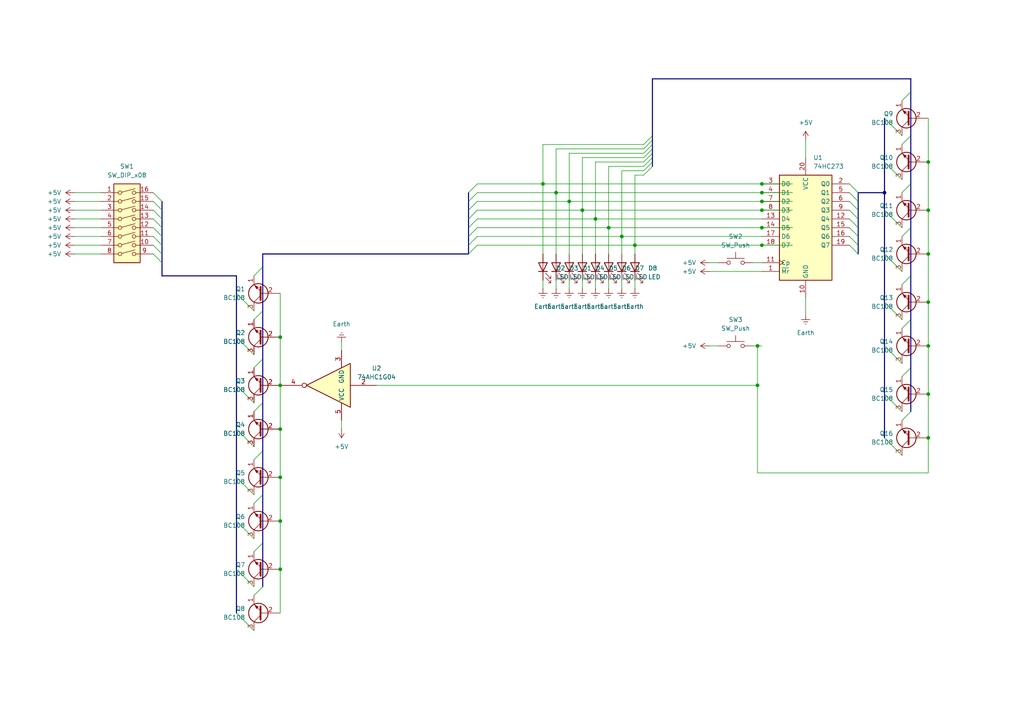
<source format=kicad_sch>
(kicad_sch (version 20231120) (generator "eeschema") (generator_version "8.0")
  (paper "A4")
  (lib_symbols
    (symbol "74xGxx:74AHC1G04"
      (property "Reference" "U" (at -2.54 3.81 0))
      (property "Value" "74AHC1G04" (at 0 -3.81 0))
      (symbol "74AHC1G04_0_1"
        (polyline (pts (xy -7.62 6.35) (xy -7.62 -6.35) (xy 5.08 0) (xy -7.62 6.35)) (stroke (width 0.254)) (fill (type background)))
      )
      (symbol "74AHC1G04_1_1"
        (pin input line (at -15.24 0 0) (length 7.62) (name "~") (number "2"))
        (pin power_in line (at -5.08 -10.16 90) (length 5.08) (name "GND") (number "3"))
        (pin output inverted (at 12.7 0 180) (length 7.62) (name "~") (number "4"))
        (pin power_in line (at -5.08 10.16 270) (length 5.08) (name "VCC") (number "5"))
      )
    )
    (symbol "74xx:74HC273"
      (property "Reference" "U" (at -7.62 16.51 0))
      (property "Value" "74HC273" (at -7.62 -16.51 0))
      (symbol "74HC273_1_0"
        (pin input line (at -12.7 -12.7 0) (length 5.08) (name "~{Mr}") (number "1"))
        (pin power_in line (at 0 -20.32 90) (length 5.08) (name "GND") (number "10"))
        (pin input clock (at -12.7 -10.16 0) (length 5.08) (name "Cp") (number "11"))
        (pin output line (at 12.7 2.54 180) (length 5.08) (name "Q4") (number "12"))
        (pin input line (at -12.7 2.54 0) (length 5.08) (name "D4") (number "13"))
        (pin input line (at -12.7 0 0) (length 5.08) (name "D5") (number "14"))
        (pin output line (at 12.7 0 180) (length 5.08) (name "Q5") (number "15"))
        (pin output line (at 12.7 -2.54 180) (length 5.08) (name "Q6") (number "16"))
        (pin input line (at -12.7 -2.54 0) (length 5.08) (name "D6") (number "17"))
        (pin input line (at -12.7 -5.08 0) (length 5.08) (name "D7") (number "18"))
        (pin output line (at 12.7 -5.08 180) (length 5.08) (name "Q7") (number "19"))
        (pin output line (at 12.7 12.7 180) (length 5.08) (name "Q0") (number "2"))
        (pin power_in line (at 0 20.32 270) (length 5.08) (name "VCC") (number "20"))
        (pin input line (at -12.7 12.7 0) (length 5.08) (name "D0") (number "3"))
        (pin input line (at -12.7 10.16 0) (length 5.08) (name "D1") (number "4"))
        (pin output line (at 12.7 10.16 180) (length 5.08) (name "Q1") (number "5"))
        (pin output line (at 12.7 7.62 180) (length 5.08) (name "Q2") (number "6"))
        (pin input line (at -12.7 7.62 0) (length 5.08) (name "D2") (number "7"))
        (pin input line (at -12.7 5.08 0) (length 5.08) (name "D3") (number "8"))
        (pin output line (at 12.7 5.08 180) (length 5.08) (name "Q3") (number "9"))
      )
      (symbol "74HC273_1_1"
        (rectangle (start -7.62 15.24) (end 7.62 -15.24) (stroke (width 0.254)) (fill (type background)))
      )
    )
    (symbol "Device:LED" (pin_numbers hide) (pin_names (offset 1.016) hide)
      (property "Reference" "D" (at 0 2.54 0))
      (property "Value" "LED" (at 0 -2.54 0))
      (symbol "LED_0_1"
        (polyline (pts (xy -1.27 -1.27) (xy -1.27 1.27)) (stroke (width 0.254)))
        (polyline (pts (xy -1.27 0) (xy 1.27 0)))
        (polyline (pts (xy 1.27 -1.27) (xy 1.27 1.27) (xy -1.27 0) (xy 1.27 -1.27)) (stroke (width 0.254)))
        (polyline (pts (xy -3.048 -0.762) (xy -4.572 -2.286) (xy -3.81 -2.286) (xy -4.572 -2.286) (xy -4.572 -1.524)))
        (polyline (pts (xy -1.778 -0.762) (xy -3.302 -2.286) (xy -2.54 -2.286) (xy -3.302 -2.286) (xy -3.302 -1.524)))
      )
      (symbol "LED_1_1"
        (pin passive line (at -3.81 0 0) (length 2.54) (name "K") (number "1"))
        (pin passive line (at 3.81 0 180) (length 2.54) (name "A") (number "2"))
      )
    )
    (symbol "Switch:SW_DIP_x08" (pin_names (offset 0) hide)
      (property "Reference" "SW" (at 0 13.97 0))
      (property "Value" "SW_DIP_x08" (at 0 -11.43 0))
      (symbol "SW_DIP_x08_0_0"
        (circle (center -2.032 -7.62) (radius 0.508))
        (circle (center -2.032 -5.08) (radius 0.508))
        (circle (center -2.032 -2.54) (radius 0.508))
        (circle (center -2.032 0) (radius 0.508))
        (circle (center -2.032 2.54) (radius 0.508))
        (circle (center -2.032 5.08) (radius 0.508))
        (circle (center -2.032 7.62) (radius 0.508))
        (circle (center -2.032 10.16) (radius 0.508))
        (polyline (pts (xy -1.524 -7.4676) (xy 2.3622 -6.4262)))
        (polyline (pts (xy -1.524 -4.9276) (xy 2.3622 -3.8862)))
        (polyline (pts (xy -1.524 -2.3876) (xy 2.3622 -1.3462)))
        (polyline (pts (xy -1.524 0.127) (xy 2.3622 1.1684)))
        (polyline (pts (xy -1.524 2.667) (xy 2.3622 3.7084)))
        (polyline (pts (xy -1.524 5.207) (xy 2.3622 6.2484)))
        (polyline (pts (xy -1.524 7.747) (xy 2.3622 8.7884)))
        (polyline (pts (xy -1.524 10.287) (xy 2.3622 11.3284)))
        (circle (center 2.032 -7.62) (radius 0.508))
        (circle (center 2.032 -5.08) (radius 0.508))
        (circle (center 2.032 -2.54) (radius 0.508))
        (circle (center 2.032 0) (radius 0.508))
        (circle (center 2.032 2.54) (radius 0.508))
        (circle (center 2.032 5.08) (radius 0.508))
        (circle (center 2.032 7.62) (radius 0.508))
        (circle (center 2.032 10.16) (radius 0.508))
      )
      (symbol "SW_DIP_x08_0_1"
        (rectangle (start -3.81 12.7) (end 3.81 -10.16) (stroke (width 0.254)) (fill (type background)))
      )
      (symbol "SW_DIP_x08_1_1"
        (pin passive line (at -7.62 10.16 0) (length 5.08) (name "~") (number "1"))
        (pin passive line (at 7.62 -5.08 180) (length 5.08) (name "~") (number "10"))
        (pin passive line (at 7.62 -2.54 180) (length 5.08) (name "~") (number "11"))
        (pin passive line (at 7.62 0 180) (length 5.08) (name "~") (number "12"))
        (pin passive line (at 7.62 2.54 180) (length 5.08) (name "~") (number "13"))
        (pin passive line (at 7.62 5.08 180) (length 5.08) (name "~") (number "14"))
        (pin passive line (at 7.62 7.62 180) (length 5.08) (name "~") (number "15"))
        (pin passive line (at 7.62 10.16 180) (length 5.08) (name "~") (number "16"))
        (pin passive line (at -7.62 7.62 0) (length 5.08) (name "~") (number "2"))
        (pin passive line (at -7.62 5.08 0) (length 5.08) (name "~") (number "3"))
        (pin passive line (at -7.62 2.54 0) (length 5.08) (name "~") (number "4"))
        (pin passive line (at -7.62 0 0) (length 5.08) (name "~") (number "5"))
        (pin passive line (at -7.62 -2.54 0) (length 5.08) (name "~") (number "6"))
        (pin passive line (at -7.62 -5.08 0) (length 5.08) (name "~") (number "7"))
        (pin passive line (at -7.62 -7.62 0) (length 5.08) (name "~") (number "8"))
        (pin passive line (at 7.62 -7.62 180) (length 5.08) (name "~") (number "9"))
      )
    )
    (symbol "Switch:SW_Push" (pin_numbers hide) (pin_names (offset 1.016) hide)
      (property "Reference" "SW" (at 1.27 2.54 0))
      (property "Value" "SW_Push" (at 0 -1.524 0))
      (symbol "SW_Push_0_1"
        (circle (center -2.032 0) (radius 0.508))
        (polyline (pts (xy 0 1.27) (xy 0 3.048)))
        (polyline (pts (xy 2.54 1.27) (xy -2.54 1.27)))
        (circle (center 2.032 0) (radius 0.508))
        (pin passive line (at -5.08 0 0) (length 2.54) (name "1") (number "1"))
        (pin passive line (at 5.08 0 180) (length 2.54) (name "2") (number "2"))
      )
    )
    (symbol "Transistor_BJT:BC108" (pin_names (offset 0) hide)
      (property "Reference" "Q" (at 5.08 1.905 0))
      (property "Value" "BC108" (at 5.08 0 0))
      (symbol "BC108_0_1"
        (polyline (pts (xy 0.635 0.635) (xy 2.54 2.54)))
        (polyline (pts (xy 0.635 -0.635) (xy 2.54 -2.54) (xy 2.54 -2.54)))
        (polyline (pts (xy 0.635 1.905) (xy 0.635 -1.905) (xy 0.635 -1.905)) (stroke (width 0.508)))
        (polyline (pts (xy 1.27 -1.778) (xy 1.778 -1.27) (xy 2.286 -2.286) (xy 1.27 -1.778) (xy 1.27 -1.778)) (fill (type outline)))
        (circle (center 1.27 0) (radius 2.8194) (stroke (width 0.254)))
      )
      (symbol "BC108_1_1"
        (pin passive line (at 2.54 -5.08 90) (length 2.54) (name "E") (number "1"))
        (pin input line (at -5.08 0 0) (length 5.715) (name "B") (number "2"))
        (pin passive line (at 2.54 5.08 270) (length 2.54) (name "C") (number "3"))
      )
    )
    (symbol "power:+5V" (power) (pin_numbers hide) (pin_names (offset 0) hide)
      (property "Value" "+5V" (at 0 3.556 0))
      (symbol "+5V_0_1"
        (polyline (pts (xy -0.762 1.27) (xy 0 2.54)))
        (polyline (pts (xy 0 0) (xy 0 2.54)))
        (polyline (pts (xy 0 2.54) (xy 0.762 1.27)))
      )
      (symbol "+5V_1_1"
        (pin power_in line (at 0 0 90) (length 0) (name "~") (number "1"))
      )
    )
    (symbol "power:Earth" (power) (pin_numbers hide) (pin_names (offset 0) hide)
      (property "Value" "Earth" (at 0 -3.81 0))
      (symbol "Earth_0_1"
        (polyline (pts (xy -0.635 -1.905) (xy 0.635 -1.905)))
        (polyline (pts (xy -0.127 -2.54) (xy 0.127 -2.54)))
        (polyline (pts (xy 0 -1.27) (xy 0 0)))
        (polyline (pts (xy 1.27 -1.27) (xy -1.27 -1.27)))
      )
      (symbol "Earth_1_1"
        (pin power_in line (at 0 0 270) (length 0) (name "~") (number "1"))
      )
    )
  )
  (junction (at 269.24 114.3))
  (junction (at 220.98 58.42))
  (junction (at 81.28 97.79))
  (junction (at 219.71 100.33))
  (junction (at 165.1 58.42))
  (junction (at 81.28 124.46))
  (junction (at 81.28 138.43))
  (junction (at 176.53 66.04))
  (junction (at 157.48 53.34))
  (junction (at 220.98 55.88))
  (junction (at 81.28 165.1))
  (junction (at 184.15 71.12))
  (junction (at 269.24 87.63))
  (junction (at 81.28 151.13))
  (junction (at 172.72 63.5))
  (junction (at 269.24 73.66))
  (junction (at 269.24 127))
  (junction (at 220.98 71.12))
  (junction (at 220.98 60.96))
  (junction (at 269.24 100.33))
  (junction (at 81.28 111.76))
  (junction (at 269.24 60.96))
  (junction (at 220.98 53.34))
  (junction (at 256.54 55.88))
  (junction (at 219.71 111.76))
  (junction (at 168.91 60.96))
  (junction (at 269.24 46.99))
  (junction (at 161.29 55.88))
  (junction (at 220.98 66.04))
  (junction (at 180.34 68.58))
  (bus_entry (at 261.62 121.92) (size 2.54 -2.54))
  (bus_entry (at 261.62 68.58) (size 2.54 -2.54))
  (bus_entry (at 186.69 44.45) (size 2.54 -2.54))
  (bus_entry (at 68.58 97.79) (size 2.54 2.54))
  (bus_entry (at 138.43 58.42) (size -2.54 2.54))
  (bus_entry (at 71.12 87.63) (size 2.54 2.54))
  (bus_entry (at 256.54 46.99) (size 2.54 2.54))
  (bus_entry (at 44.45 66.04) (size 2.54 2.54))
  (bus_entry (at 71.12 180.34) (size 2.54 2.54))
  (bus_entry (at 44.45 73.66) (size 2.54 2.54))
  (bus_entry (at 259.08 36.83) (size 2.54 2.54))
  (bus_entry (at 71.12 100.33) (size 2.54 2.54))
  (bus_entry (at 138.43 55.88) (size -2.54 2.54))
  (bus_entry (at 44.45 68.58) (size 2.54 2.54))
  (bus_entry (at 71.12 167.64) (size 2.54 2.54))
  (bus_entry (at 246.38 60.96) (size 2.54 2.54))
  (bus_entry (at 256.54 100.33) (size 2.54 2.54))
  (bus_entry (at 186.69 43.18) (size 2.54 -2.54))
  (bus_entry (at 73.66 133.35) (size 2.54 -2.54))
  (bus_entry (at 138.43 68.58) (size -2.54 2.54))
  (bus_entry (at 246.38 58.42) (size 2.54 2.54))
  (bus_entry (at 68.58 177.8) (size 2.54 2.54))
  (bus_entry (at 71.12 153.67) (size 2.54 2.54))
  (bus_entry (at 259.08 129.54) (size 2.54 2.54))
  (bus_entry (at 246.38 68.58) (size 2.54 2.54))
  (bus_entry (at 259.08 49.53) (size 2.54 2.54))
  (bus_entry (at 186.69 41.91) (size 2.54 -2.54))
  (bus_entry (at 259.08 116.84) (size 2.54 2.54))
  (bus_entry (at 138.43 60.96) (size -2.54 2.54))
  (bus_entry (at 68.58 151.13) (size 2.54 2.54))
  (bus_entry (at 186.69 49.53) (size 2.54 -2.54))
  (bus_entry (at 256.54 114.3) (size 2.54 2.54))
  (bus_entry (at 256.54 127) (size 2.54 2.54))
  (bus_entry (at 261.62 95.25) (size 2.54 -2.54))
  (bus_entry (at 138.43 71.12) (size -2.54 2.54))
  (bus_entry (at 259.08 90.17) (size 2.54 2.54))
  (bus_entry (at 261.62 29.21) (size 2.54 -2.54))
  (bus_entry (at 256.54 60.96) (size 2.54 2.54))
  (bus_entry (at 71.12 140.97) (size 2.54 2.54))
  (bus_entry (at 73.66 172.72) (size 2.54 -2.54))
  (bus_entry (at 73.66 80.01) (size 2.54 -2.54))
  (bus_entry (at 44.45 55.88) (size 2.54 2.54))
  (bus_entry (at 68.58 124.46) (size 2.54 2.54))
  (bus_entry (at 256.54 34.29) (size 2.54 2.54))
  (bus_entry (at 246.38 66.04) (size 2.54 2.54))
  (bus_entry (at 246.38 53.34) (size 2.54 2.54))
  (bus_entry (at 71.12 127) (size 2.54 2.54))
  (bus_entry (at 73.66 106.68) (size 2.54 -2.54))
  (bus_entry (at 44.45 63.5) (size 2.54 2.54))
  (bus_entry (at 246.38 71.12) (size 2.54 2.54))
  (bus_entry (at 246.38 63.5) (size 2.54 2.54))
  (bus_entry (at 246.38 55.88) (size 2.54 2.54))
  (bus_entry (at 68.58 165.1) (size 2.54 2.54))
  (bus_entry (at 68.58 111.76) (size 2.54 2.54))
  (bus_entry (at 186.69 45.72) (size 2.54 -2.54))
  (bus_entry (at 71.12 114.3) (size 2.54 2.54))
  (bus_entry (at 138.43 63.5) (size -2.54 2.54))
  (bus_entry (at 44.45 60.96) (size 2.54 2.54))
  (bus_entry (at 261.62 41.91) (size 2.54 -2.54))
  (bus_entry (at 261.62 109.22) (size 2.54 -2.54))
  (bus_entry (at 68.58 138.43) (size 2.54 2.54))
  (bus_entry (at 138.43 53.34) (size -2.54 2.54))
  (bus_entry (at 261.62 82.55) (size 2.54 -2.54))
  (bus_entry (at 256.54 87.63) (size 2.54 2.54))
  (bus_entry (at 261.62 55.88) (size 2.54 -2.54))
  (bus_entry (at 256.54 73.66) (size 2.54 2.54))
  (bus_entry (at 259.08 63.5) (size 2.54 2.54))
  (bus_entry (at 73.66 119.38) (size 2.54 -2.54))
  (bus_entry (at 44.45 71.12) (size 2.54 2.54))
  (bus_entry (at 44.45 58.42) (size 2.54 2.54))
  (bus_entry (at 73.66 92.71) (size 2.54 -2.54))
  (bus_entry (at 186.69 50.8) (size 2.54 -2.54))
  (bus_entry (at 186.69 46.99) (size 2.54 -2.54))
  (bus_entry (at 73.66 160.02) (size 2.54 -2.54))
  (bus_entry (at 68.58 85.09) (size 2.54 2.54))
  (bus_entry (at 259.08 102.87) (size 2.54 2.54))
  (bus_entry (at 73.66 146.05) (size 2.54 -2.54))
  (bus_entry (at 138.43 66.04) (size -2.54 2.54))
  (bus_entry (at 186.69 48.26) (size 2.54 -2.54))
  (bus_entry (at 259.08 76.2) (size 2.54 2.54))
  (bus (pts (xy 68.58 177.8) (xy 68.58 165.1)))
  (wire (pts (xy 233.68 40.64) (xy 233.68 45.72)))
  (wire (pts (xy 229.87 58.42) (xy 220.98 58.42)))
  (wire (pts (xy 218.44 100.33) (xy 219.71 100.33)))
  (bus (pts (xy 189.23 43.18) (xy 189.23 44.45)))
  (wire (pts (xy 165.1 44.45) (xy 186.69 44.45)))
  (wire (pts (xy 184.15 71.12) (xy 220.98 71.12)))
  (bus (pts (xy 264.16 66.04) (xy 264.16 80.01)))
  (wire (pts (xy 81.28 165.1) (xy 81.28 177.8)))
  (wire (pts (xy 21.59 71.12) (xy 29.21 71.12)))
  (bus (pts (xy 248.92 71.12) (xy 248.92 68.58)))
  (wire (pts (xy 229.87 71.12) (xy 220.98 71.12)))
  (wire (pts (xy 233.68 86.36) (xy 233.68 91.44)))
  (bus (pts (xy 76.2 73.66) (xy 76.2 77.47)))
  (wire (pts (xy 176.53 48.26) (xy 186.69 48.26)))
  (bus (pts (xy 76.2 116.84) (xy 76.2 130.81)))
  (wire (pts (xy 176.53 66.04) (xy 220.98 66.04)))
  (wire (pts (xy 269.24 137.16) (xy 269.24 127)))
  (wire (pts (xy 138.43 58.42) (xy 165.1 58.42)))
  (bus (pts (xy 46.99 71.12) (xy 46.99 68.58)))
  (bus (pts (xy 256.54 87.63) (xy 256.54 73.66)))
  (bus (pts (xy 135.89 63.5) (xy 135.89 66.04)))
  (wire (pts (xy 21.59 60.96) (xy 29.21 60.96)))
  (wire (pts (xy 176.53 81.28) (xy 176.53 83.82)))
  (bus (pts (xy 189.23 41.91) (xy 189.23 43.18)))
  (wire (pts (xy 229.87 53.34) (xy 220.98 53.34)))
  (wire (pts (xy 172.72 63.5) (xy 220.98 63.5)))
  (bus (pts (xy 264.16 22.86) (xy 264.16 26.67)))
  (bus (pts (xy 256.54 127) (xy 256.54 114.3)))
  (bus (pts (xy 46.99 66.04) (xy 46.99 63.5)))
  (wire (pts (xy 21.59 73.66) (xy 29.21 73.66)))
  (wire (pts (xy 184.15 81.28) (xy 184.15 83.82)))
  (bus (pts (xy 68.58 138.43) (xy 68.58 124.46)))
  (bus (pts (xy 248.92 55.88) (xy 256.54 55.88)))
  (bus (pts (xy 264.16 26.67) (xy 264.16 39.37)))
  (wire (pts (xy 157.48 53.34) (xy 220.98 53.34)))
  (bus (pts (xy 76.2 157.48) (xy 76.2 170.18)))
  (wire (pts (xy 161.29 55.88) (xy 220.98 55.88)))
  (wire (pts (xy 269.24 73.66) (xy 269.24 87.63)))
  (wire (pts (xy 138.43 53.34) (xy 157.48 53.34)))
  (wire (pts (xy 21.59 68.58) (xy 29.21 68.58)))
  (wire (pts (xy 165.1 81.28) (xy 165.1 83.82)))
  (wire (pts (xy 21.59 66.04) (xy 29.21 66.04)))
  (wire (pts (xy 229.87 60.96) (xy 220.98 60.96)))
  (bus (pts (xy 256.54 114.3) (xy 256.54 100.33)))
  (bus (pts (xy 135.89 60.96) (xy 135.89 63.5)))
  (wire (pts (xy 218.44 76.2) (xy 220.98 76.2)))
  (wire (pts (xy 81.28 85.09) (xy 81.28 97.79)))
  (bus (pts (xy 46.99 80.01) (xy 46.99 76.2)))
  (bus (pts (xy 189.23 46.99) (xy 189.23 48.26)))
  (wire (pts (xy 269.24 46.99) (xy 269.24 60.96)))
  (bus (pts (xy 189.23 44.45) (xy 189.23 45.72)))
  (wire (pts (xy 165.1 58.42) (xy 165.1 44.45)))
  (wire (pts (xy 161.29 81.28) (xy 161.29 83.82)))
  (wire (pts (xy 186.69 46.99) (xy 172.72 46.99)))
  (wire (pts (xy 157.48 81.28) (xy 157.48 83.82)))
  (bus (pts (xy 135.89 58.42) (xy 135.89 60.96)))
  (wire (pts (xy 172.72 46.99) (xy 172.72 63.5)))
  (bus (pts (xy 68.58 151.13) (xy 68.58 138.43)))
  (wire (pts (xy 168.91 81.28) (xy 168.91 83.82)))
  (wire (pts (xy 219.71 137.16) (xy 269.24 137.16)))
  (bus (pts (xy 68.58 97.79) (xy 68.58 85.09)))
  (bus (pts (xy 256.54 100.33) (xy 256.54 87.63)))
  (wire (pts (xy 172.72 81.28) (xy 172.72 83.82)))
  (bus (pts (xy 76.2 104.14) (xy 76.2 116.84)))
  (bus (pts (xy 135.89 71.12) (xy 135.89 73.66)))
  (wire (pts (xy 269.24 34.29) (xy 269.24 46.99)))
  (bus (pts (xy 248.92 63.5) (xy 248.92 60.96)))
  (bus (pts (xy 68.58 165.1) (xy 68.58 151.13)))
  (bus (pts (xy 248.92 66.04) (xy 248.92 63.5)))
  (wire (pts (xy 186.69 43.18) (xy 161.29 43.18)))
  (bus (pts (xy 135.89 66.04) (xy 135.89 68.58)))
  (bus (pts (xy 76.2 143.51) (xy 76.2 157.48)))
  (wire (pts (xy 168.91 45.72) (xy 168.91 60.96)))
  (wire (pts (xy 99.06 99.06) (xy 99.06 101.6)))
  (bus (pts (xy 76.2 130.81) (xy 76.2 143.51)))
  (bus (pts (xy 46.99 63.5) (xy 46.99 60.96)))
  (wire (pts (xy 176.53 66.04) (xy 176.53 48.26)))
  (bus (pts (xy 46.99 68.58) (xy 46.99 66.04)))
  (wire (pts (xy 205.74 78.74) (xy 220.98 78.74)))
  (bus (pts (xy 68.58 124.46) (xy 68.58 111.76)))
  (wire (pts (xy 229.87 55.88) (xy 220.98 55.88)))
  (wire (pts (xy 229.87 66.04) (xy 220.98 66.04)))
  (wire (pts (xy 186.69 45.72) (xy 168.91 45.72)))
  (bus (pts (xy 248.92 73.66) (xy 248.92 71.12)))
  (wire (pts (xy 81.28 151.13) (xy 81.28 165.1)))
  (wire (pts (xy 157.48 53.34) (xy 157.48 73.66)))
  (wire (pts (xy 180.34 68.58) (xy 220.98 68.58)))
  (bus (pts (xy 264.16 53.34) (xy 264.16 66.04)))
  (bus (pts (xy 46.99 73.66) (xy 46.99 71.12)))
  (wire (pts (xy 168.91 60.96) (xy 220.98 60.96)))
  (wire (pts (xy 205.74 100.33) (xy 208.28 100.33)))
  (bus (pts (xy 76.2 77.47) (xy 76.2 90.17)))
  (wire (pts (xy 184.15 71.12) (xy 184.15 50.8)))
  (wire (pts (xy 184.15 71.12) (xy 184.15 73.66)))
  (wire (pts (xy 165.1 58.42) (xy 220.98 58.42)))
  (bus (pts (xy 264.16 80.01) (xy 264.16 92.71)))
  (wire (pts (xy 81.28 124.46) (xy 81.28 138.43)))
  (wire (pts (xy 172.72 63.5) (xy 172.72 73.66)))
  (bus (pts (xy 248.92 60.96) (xy 248.92 58.42)))
  (wire (pts (xy 81.28 111.76) (xy 81.28 124.46)))
  (wire (pts (xy 157.48 41.91) (xy 186.69 41.91)))
  (bus (pts (xy 264.16 106.68) (xy 264.16 119.38)))
  (wire (pts (xy 21.59 55.88) (xy 29.21 55.88)))
  (bus (pts (xy 256.54 46.99) (xy 256.54 34.29)))
  (bus (pts (xy 76.2 90.17) (xy 76.2 104.14)))
  (wire (pts (xy 138.43 60.96) (xy 168.91 60.96)))
  (wire (pts (xy 269.24 87.63) (xy 269.24 100.33)))
  (wire (pts (xy 138.43 55.88) (xy 161.29 55.88)))
  (bus (pts (xy 68.58 111.76) (xy 68.58 97.79)))
  (bus (pts (xy 135.89 68.58) (xy 135.89 71.12)))
  (wire (pts (xy 138.43 63.5) (xy 172.72 63.5)))
  (bus (pts (xy 68.58 80.01) (xy 46.99 80.01)))
  (bus (pts (xy 264.16 22.86) (xy 189.23 22.86)))
  (wire (pts (xy 180.34 49.53) (xy 186.69 49.53)))
  (wire (pts (xy 269.24 100.33) (xy 269.24 114.3)))
  (wire (pts (xy 219.71 100.33) (xy 220.98 100.33)))
  (wire (pts (xy 21.59 58.42) (xy 29.21 58.42)))
  (wire (pts (xy 109.22 111.76) (xy 219.71 111.76)))
  (wire (pts (xy 21.59 63.5) (xy 29.21 63.5)))
  (wire (pts (xy 269.24 114.3) (xy 269.24 127)))
  (wire (pts (xy 138.43 66.04) (xy 176.53 66.04)))
  (wire (pts (xy 180.34 81.28) (xy 180.34 83.82)))
  (wire (pts (xy 81.28 138.43) (xy 81.28 151.13)))
  (bus (pts (xy 264.16 92.71) (xy 264.16 106.68)))
  (bus (pts (xy 189.23 40.64) (xy 189.23 41.91)))
  (wire (pts (xy 138.43 71.12) (xy 184.15 71.12)))
  (bus (pts (xy 256.54 60.96) (xy 256.54 55.88)))
  (wire (pts (xy 165.1 58.42) (xy 165.1 73.66)))
  (wire (pts (xy 176.53 66.04) (xy 176.53 73.66)))
  (bus (pts (xy 46.99 60.96) (xy 46.99 58.42)))
  (wire (pts (xy 184.15 50.8) (xy 186.69 50.8)))
  (wire (pts (xy 161.29 55.88) (xy 161.29 73.66)))
  (wire (pts (xy 157.48 53.34) (xy 157.48 41.91)))
  (wire (pts (xy 138.43 68.58) (xy 180.34 68.58)))
  (wire (pts (xy 168.91 60.96) (xy 168.91 73.66)))
  (wire (pts (xy 269.24 60.96) (xy 269.24 73.66)))
  (bus (pts (xy 189.23 45.72) (xy 189.23 46.99)))
  (bus (pts (xy 189.23 39.37) (xy 189.23 40.64)))
  (bus (pts (xy 256.54 55.88) (xy 256.54 46.99)))
  (wire (pts (xy 219.71 111.76) (xy 219.71 137.16)))
  (wire (pts (xy 205.74 76.2) (xy 208.28 76.2)))
  (bus (pts (xy 248.92 58.42) (xy 248.92 55.88)))
  (bus (pts (xy 135.89 55.88) (xy 135.89 58.42)))
  (wire (pts (xy 180.34 49.53) (xy 180.34 68.58)))
  (bus (pts (xy 248.92 68.58) (xy 248.92 66.04)))
  (bus (pts (xy 46.99 76.2) (xy 46.99 73.66)))
  (bus (pts (xy 68.58 85.09) (xy 68.58 80.01)))
  (wire (pts (xy 81.28 97.79) (xy 81.28 111.76)))
  (wire (pts (xy 180.34 68.58) (xy 180.34 73.66)))
  (wire (pts (xy 219.71 111.76) (xy 219.71 100.33)))
  (bus (pts (xy 135.89 73.66) (xy 76.2 73.66)))
  (bus (pts (xy 189.23 22.86) (xy 189.23 39.37)))
  (wire (pts (xy 161.29 43.18) (xy 161.29 55.88)))
  (bus (pts (xy 256.54 73.66) (xy 256.54 60.96)))
  (wire (pts (xy 99.06 121.92) (xy 99.06 124.46)))
  (bus (pts (xy 264.16 39.37) (xy 264.16 53.34)))
  (symbol (lib_id "power:+5V") (at 21.59 55.88 90) (unit 1)
    (property "Reference" "#PWR03" (effects (hide yes)))
    (property "Value" "+5V" (at 17.78 55.8799 90) (effects (justify left)))
    (property "Description" "Power symbol creates a global label with name \"+5V\"" (effects (hide yes)))
  )
  (symbol (lib_id "Transistor_BJT:BC108") (at 76.2 138.43 180) (unit 1)
    (property "Reference" "Q5" (at 71.12 137.1599 0) (effects (justify left)))
    (property "Value" "BC108" (at 71.12 139.6999 0) (effects (justify left)))
    (property "Footprint" "Package_TO_SOT_THT:TO-18-3" (effects (hide yes)))
    (property "Datasheet" "http://www.b-kainka.de/Daten/Transistor/BC108.pdf" (effects (hide yes)))
    (property "Description" "0.1A Ic, 30V Vce, Low Noise General Purpose NPN Transistor, TO-18" (effects (hide yes)))
  )
  (symbol (lib_id "power:+5V") (at 99.06 124.46 180) (unit 1)
    (property "Reference" "#PWR022" (effects (hide yes)))
    (property "Value" "+5V" (at 99.06 129.54 0))
    (property "Description" "Power symbol creates a global label with name \"+5V\"" (effects (hide yes)))
  )
  (symbol (lib_id "Switch:SW_Push") (at 213.36 100.33 0) (unit 1)
    (property "Reference" "SW3" (at 213.36 92.71 0))
    (property "Value" "SW_Push" (at 213.36 95.25 0))
    (property "Description" "Push button switch, generic, two pins" (effects (hide yes)))
  )
  (symbol (lib_id "Transistor_BJT:BC108") (at 264.16 34.29 180) (unit 1)
    (property "Reference" "Q9" (at 259.08 33.0199 0) (effects (justify left)))
    (property "Value" "BC108" (at 259.08 35.5599 0) (effects (justify left)))
    (property "Footprint" "Package_TO_SOT_THT:TO-18-3" (effects (hide yes)))
    (property "Datasheet" "http://www.b-kainka.de/Daten/Transistor/BC108.pdf" (effects (hide yes)))
    (property "Description" "0.1A Ic, 30V Vce, Low Noise General Purpose NPN Transistor, TO-18" (effects (hide yes)))
  )
  (symbol (lib_id "Transistor_BJT:BC108") (at 76.2 151.13 180) (unit 1)
    (property "Reference" "Q6" (at 71.12 149.8599 0) (effects (justify left)))
    (property "Value" "BC108" (at 71.12 152.3999 0) (effects (justify left)))
    (property "Footprint" "Package_TO_SOT_THT:TO-18-3" (effects (hide yes)))
    (property "Datasheet" "http://www.b-kainka.de/Daten/Transistor/BC108.pdf" (effects (hide yes)))
    (property "Description" "0.1A Ic, 30V Vce, Low Noise General Purpose NPN Transistor, TO-18" (effects (hide yes)))
  )
  (symbol (lib_id "power:Earth") (at 180.34 83.82 0) (unit 1)
    (property "Reference" "#PWR017" (effects (hide yes)))
    (property "Value" "Earth" (at 180.34 88.9 0))
    (property "Description" "Power symbol creates a global label with name \"Earth\"" (effects (hide yes)))
  )
  (symbol (lib_id "power:Earth") (at 165.1 83.82 0) (unit 1)
    (property "Reference" "#PWR013" (effects (hide yes)))
    (property "Value" "Earth" (at 165.1 88.9 0))
    (property "Description" "Power symbol creates a global label with name \"Earth\"" (effects (hide yes)))
  )
  (symbol (lib_id "Device:LED") (at 176.53 77.47 90) (unit 1)
    (property "Reference" "D6" (at 180.34 77.7874 90) (effects (justify right)))
    (property "Value" "LED" (at 180.34 80.3274 90) (effects (justify right)))
    (property "Description" "Light emitting diode" (effects (hide yes)))
  )
  (symbol (lib_id "power:+5V") (at 205.74 78.74 90) (unit 1)
    (property "Reference" "#PWR020" (effects (hide yes)))
    (property "Value" "+5V" (at 201.93 78.7399 90) (effects (justify left)))
    (property "Description" "Power symbol creates a global label with name \"+5V\"" (effects (hide yes)))
  )
  (symbol (lib_id "power:Earth") (at 184.15 83.82 0) (unit 1)
    (property "Reference" "#PWR018" (effects (hide yes)))
    (property "Value" "Earth" (at 184.15 88.9 0))
    (property "Description" "Power symbol creates a global label with name \"Earth\"" (effects (hide yes)))
  )
  (symbol (lib_id "Transistor_BJT:BC108") (at 264.16 73.66 180) (unit 1)
    (property "Reference" "Q12" (at 259.08 72.3899 0) (effects (justify left)))
    (property "Value" "BC108" (at 259.08 74.9299 0) (effects (justify left)))
    (property "Footprint" "Package_TO_SOT_THT:TO-18-3" (effects (hide yes)))
    (property "Datasheet" "http://www.b-kainka.de/Daten/Transistor/BC108.pdf" (effects (hide yes)))
    (property "Description" "0.1A Ic, 30V Vce, Low Noise General Purpose NPN Transistor, TO-18" (effects (hide yes)))
  )
  (symbol (lib_id "power:+5V") (at 21.59 68.58 90) (unit 1)
    (property "Reference" "#PWR08" (effects (hide yes)))
    (property "Value" "+5V" (at 17.78 68.5799 90) (effects (justify left)))
    (property "Description" "Power symbol creates a global label with name \"+5V\"" (effects (hide yes)))
  )
  (symbol (lib_id "Transistor_BJT:BC108") (at 264.16 46.99 180) (unit 1)
    (property "Reference" "Q10" (at 259.08 45.7199 0) (effects (justify left)))
    (property "Value" "BC108" (at 259.08 48.2599 0) (effects (justify left)))
    (property "Footprint" "Package_TO_SOT_THT:TO-18-3" (effects (hide yes)))
    (property "Datasheet" "http://www.b-kainka.de/Daten/Transistor/BC108.pdf" (effects (hide yes)))
    (property "Description" "0.1A Ic, 30V Vce, Low Noise General Purpose NPN Transistor, TO-18" (effects (hide yes)))
  )
  (symbol (lib_id "Device:LED") (at 165.1 77.47 90) (unit 1)
    (property "Reference" "D1" (at 168.91 77.7874 90) (effects (justify right)))
    (property "Value" "LED" (at 168.91 80.3274 90) (effects (justify right)))
    (property "Description" "Light emitting diode" (effects (hide yes)))
  )
  (symbol (lib_id "power:Earth") (at 99.06 99.06 180) (unit 1)
    (property "Reference" "#PWR023" (effects (hide yes)))
    (property "Value" "Earth" (at 99.06 93.98 0))
    (property "Description" "Power symbol creates a global label with name \"Earth\"" (effects (hide yes)))
  )
  (symbol (lib_id "power:Earth") (at 157.48 83.82 0) (unit 1)
    (property "Reference" "#PWR011" (effects (hide yes)))
    (property "Value" "Earth" (at 157.48 88.9 0))
    (property "Description" "Power symbol creates a global label with name \"Earth\"" (effects (hide yes)))
  )
  (symbol (lib_id "Transistor_BJT:BC108") (at 264.16 127 180) (unit 1)
    (property "Reference" "Q16" (at 259.08 125.7299 0) (effects (justify left)))
    (property "Value" "BC108" (at 259.08 128.2699 0) (effects (justify left)))
    (property "Footprint" "Package_TO_SOT_THT:TO-18-3" (effects (hide yes)))
    (property "Datasheet" "http://www.b-kainka.de/Daten/Transistor/BC108.pdf" (effects (hide yes)))
    (property "Description" "0.1A Ic, 30V Vce, Low Noise General Purpose NPN Transistor, TO-18" (effects (hide yes)))
  )
  (symbol (lib_id "Device:LED") (at 184.15 77.47 90) (unit 1)
    (property "Reference" "D8" (at 187.96 77.7874 90) (effects (justify right)))
    (property "Value" "LED" (at 187.96 80.3274 90) (effects (justify right)))
    (property "Description" "Light emitting diode" (effects (hide yes)))
  )
  (symbol (lib_id "power:+5V") (at 21.59 73.66 90) (unit 1)
    (property "Reference" "#PWR010" (effects (hide yes)))
    (property "Value" "+5V" (at 17.78 73.6599 90) (effects (justify left)))
    (property "Description" "Power symbol creates a global label with name \"+5V\"" (effects (hide yes)))
  )
  (symbol (lib_id "power:+5V") (at 21.59 58.42 90) (unit 1)
    (property "Reference" "#PWR04" (effects (hide yes)))
    (property "Value" "+5V" (at 17.78 58.4199 90) (effects (justify left)))
    (property "Description" "Power symbol creates a global label with name \"+5V\"" (effects (hide yes)))
  )
  (symbol (lib_id "power:+5V") (at 21.59 71.12 90) (unit 1)
    (property "Reference" "#PWR09" (effects (hide yes)))
    (property "Value" "+5V" (at 17.78 71.1199 90) (effects (justify left)))
    (property "Description" "Power symbol creates a global label with name \"+5V\"" (effects (hide yes)))
  )
  (symbol (lib_id "Switch:SW_Push") (at 213.36 76.2 0) (unit 1)
    (property "Reference" "SW2" (at 213.36 68.58 0))
    (property "Value" "SW_Push" (at 213.36 71.12 0))
    (property "Description" "Push button switch, generic, two pins" (effects (hide yes)))
  )
  (symbol (lib_id "Transistor_BJT:BC108") (at 76.2 85.09 180) (unit 1)
    (property "Reference" "Q1" (at 71.12 83.8199 0) (effects (justify left)))
    (property "Value" "BC108" (at 71.12 86.3599 0) (effects (justify left)))
    (property "Footprint" "Package_TO_SOT_THT:TO-18-3" (effects (hide yes)))
    (property "Datasheet" "http://www.b-kainka.de/Daten/Transistor/BC108.pdf" (effects (hide yes)))
    (property "Description" "0.1A Ic, 30V Vce, Low Noise General Purpose NPN Transistor, TO-18" (effects (hide yes)))
  )
  (symbol (lib_id "Device:LED") (at 161.29 77.47 90) (unit 1)
    (property "Reference" "D3" (at 165.1 77.7874 90) (effects (justify right)))
    (property "Value" "LED" (at 165.1 80.3274 90) (effects (justify right)))
    (property "Description" "Light emitting diode" (effects (hide yes)))
  )
  (symbol (lib_id "power:+5V") (at 21.59 63.5 90) (unit 1)
    (property "Reference" "#PWR06" (effects (hide yes)))
    (property "Value" "+5V" (at 17.78 63.4999 90) (effects (justify left)))
    (property "Description" "Power symbol creates a global label with name \"+5V\"" (effects (hide yes)))
  )
  (symbol (lib_id "Device:LED") (at 157.48 77.47 90) (unit 1)
    (property "Reference" "D2" (at 161.29 77.7874 90) (effects (justify right)))
    (property "Value" "LED" (at 161.29 80.3274 90) (effects (justify right)))
    (property "Description" "Light emitting diode" (effects (hide yes)))
  )
  (symbol (lib_id "74xx:74HC273") (at 233.68 66.04 0) (unit 1)
    (property "Reference" "U1" (at 235.8741 45.72 0) (effects (justify left)))
    (property "Value" "74HC273" (at 235.8741 48.26 0) (effects (justify left)))
    (property "Datasheet" "https://assets.nexperia.com/documents/data-sheet/74HC_HCT273.pdf" (effects (hide yes)))
    (property "Description" "8-bit D Flip-Flop, reset" (effects (hide yes)))
  )
  (symbol (lib_id "power:+5V") (at 21.59 60.96 90) (unit 1)
    (property "Reference" "#PWR05" (effects (hide yes)))
    (property "Value" "+5V" (at 17.78 60.9599 90) (effects (justify left)))
    (property "Description" "Power symbol creates a global label with name \"+5V\"" (effects (hide yes)))
  )
  (symbol (lib_id "Device:LED") (at 168.91 77.47 90) (unit 1)
    (property "Reference" "D4" (at 172.72 77.7874 90) (effects (justify right)))
    (property "Value" "LED" (at 172.72 80.3274 90) (effects (justify right)))
    (property "Description" "Light emitting diode" (effects (hide yes)))
  )
  (symbol (lib_id "power:+5V") (at 205.74 100.33 90) (unit 1)
    (property "Reference" "#PWR021" (effects (hide yes)))
    (property "Value" "+5V" (at 201.93 100.3299 90) (effects (justify left)))
    (property "Description" "Power symbol creates a global label with name \"+5V\"" (effects (hide yes)))
  )
  (symbol (lib_id "Transistor_BJT:BC108") (at 76.2 97.79 180) (unit 1)
    (property "Reference" "Q2" (at 71.12 96.5199 0) (effects (justify left)))
    (property "Value" "BC108" (at 71.12 99.0599 0) (effects (justify left)))
    (property "Footprint" "Package_TO_SOT_THT:TO-18-3" (effects (hide yes)))
    (property "Datasheet" "http://www.b-kainka.de/Daten/Transistor/BC108.pdf" (effects (hide yes)))
    (property "Description" "0.1A Ic, 30V Vce, Low Noise General Purpose NPN Transistor, TO-18" (effects (hide yes)))
  )
  (symbol (lib_id "Transistor_BJT:BC108") (at 76.2 165.1 180) (unit 1)
    (property "Reference" "Q7" (at 71.12 163.8299 0) (effects (justify left)))
    (property "Value" "BC108" (at 71.12 166.3699 0) (effects (justify left)))
    (property "Footprint" "Package_TO_SOT_THT:TO-18-3" (effects (hide yes)))
    (property "Datasheet" "http://www.b-kainka.de/Daten/Transistor/BC108.pdf" (effects (hide yes)))
    (property "Description" "0.1A Ic, 30V Vce, Low Noise General Purpose NPN Transistor, TO-18" (effects (hide yes)))
  )
  (symbol (lib_id "power:Earth") (at 233.68 91.44 0) (unit 1)
    (property "Reference" "#PWR02" (effects (hide yes)))
    (property "Value" "Earth" (at 233.68 96.52 0))
    (property "Description" "Power symbol creates a global label with name \"Earth\"" (effects (hide yes)))
  )
  (symbol (lib_id "power:Earth") (at 172.72 83.82 0) (unit 1)
    (property "Reference" "#PWR015" (effects (hide yes)))
    (property "Value" "Earth" (at 172.72 88.9 0))
    (property "Description" "Power symbol creates a global label with name \"Earth\"" (effects (hide yes)))
  )
  (symbol (lib_id "power:+5V") (at 233.68 40.64 0) (unit 1)
    (property "Reference" "#PWR01" (effects (hide yes)))
    (property "Value" "+5V" (at 233.68 35.56 0))
    (property "Description" "Power symbol creates a global label with name \"+5V\"" (effects (hide yes)))
  )
  (symbol (lib_id "power:+5V") (at 205.74 76.2 90) (unit 1)
    (property "Reference" "#PWR019" (effects (hide yes)))
    (property "Value" "+5V" (at 201.93 76.1999 90) (effects (justify left)))
    (property "Description" "Power symbol creates a global label with name \"+5V\"" (effects (hide yes)))
  )
  (symbol (lib_id "power:+5V") (at 21.59 66.04 90) (unit 1)
    (property "Reference" "#PWR07" (effects (hide yes)))
    (property "Value" "+5V" (at 17.78 66.0399 90) (effects (justify left)))
    (property "Description" "Power symbol creates a global label with name \"+5V\"" (effects (hide yes)))
  )
  (symbol (lib_id "Transistor_BJT:BC108") (at 264.16 114.3 180) (unit 1)
    (property "Reference" "Q15" (at 259.08 113.0299 0) (effects (justify left)))
    (property "Value" "BC108" (at 259.08 115.5699 0) (effects (justify left)))
    (property "Footprint" "Package_TO_SOT_THT:TO-18-3" (effects (hide yes)))
    (property "Datasheet" "http://www.b-kainka.de/Daten/Transistor/BC108.pdf" (effects (hide yes)))
    (property "Description" "0.1A Ic, 30V Vce, Low Noise General Purpose NPN Transistor, TO-18" (effects (hide yes)))
  )
  (symbol (lib_id "power:Earth") (at 168.91 83.82 0) (unit 1)
    (property "Reference" "#PWR014" (effects (hide yes)))
    (property "Value" "Earth" (at 168.91 88.9 0))
    (property "Description" "Power symbol creates a global label with name \"Earth\"" (effects (hide yes)))
  )
  (symbol (lib_id "Transistor_BJT:BC108") (at 264.16 100.33 180) (unit 1)
    (property "Reference" "Q14" (at 259.08 99.0599 0) (effects (justify left)))
    (property "Value" "BC108" (at 259.08 101.5999 0) (effects (justify left)))
    (property "Footprint" "Package_TO_SOT_THT:TO-18-3" (effects (hide yes)))
    (property "Datasheet" "http://www.b-kainka.de/Daten/Transistor/BC108.pdf" (effects (hide yes)))
    (property "Description" "0.1A Ic, 30V Vce, Low Noise General Purpose NPN Transistor, TO-18" (effects (hide yes)))
  )
  (symbol (lib_id "Transistor_BJT:BC108") (at 76.2 124.46 180) (unit 1)
    (property "Reference" "Q4" (at 71.12 123.1899 0) (effects (justify left)))
    (property "Value" "BC108" (at 71.12 125.7299 0) (effects (justify left)))
    (property "Footprint" "Package_TO_SOT_THT:TO-18-3" (effects (hide yes)))
    (property "Datasheet" "http://www.b-kainka.de/Daten/Transistor/BC108.pdf" (effects (hide yes)))
    (property "Description" "0.1A Ic, 30V Vce, Low Noise General Purpose NPN Transistor, TO-18" (effects (hide yes)))
  )
  (symbol (lib_id "Transistor_BJT:BC108") (at 76.2 177.8 180) (unit 1)
    (property "Reference" "Q8" (at 71.12 176.5299 0) (effects (justify left)))
    (property "Value" "BC108" (at 71.12 179.0699 0) (effects (justify left)))
    (property "Footprint" "Package_TO_SOT_THT:TO-18-3" (effects (hide yes)))
    (property "Datasheet" "http://www.b-kainka.de/Daten/Transistor/BC108.pdf" (effects (hide yes)))
    (property "Description" "0.1A Ic, 30V Vce, Low Noise General Purpose NPN Transistor, TO-18" (effects (hide yes)))
  )
  (symbol (lib_id "Transistor_BJT:BC108") (at 76.2 111.76 180) (unit 1)
    (property "Reference" "Q3" (at 71.12 110.4899 0) (effects (justify left)))
    (property "Value" "BC108" (at 71.12 113.0299 0) (effects (justify left)))
    (property "Footprint" "Package_TO_SOT_THT:TO-18-3" (effects (hide yes)))
    (property "Datasheet" "http://www.b-kainka.de/Daten/Transistor/BC108.pdf" (effects (hide yes)))
    (property "Description" "0.1A Ic, 30V Vce, Low Noise General Purpose NPN Transistor, TO-18" (effects (hide yes)))
  )
  (symbol (lib_id "Device:LED") (at 180.34 77.47 90) (unit 1)
    (property "Reference" "D7" (at 184.15 77.7874 90) (effects (justify right)))
    (property "Value" "LED" (at 184.15 80.3274 90) (effects (justify right)))
    (property "Description" "Light emitting diode" (effects (hide yes)))
  )
  (symbol (lib_id "74xGxx:74AHC1G04") (at 93.98 111.76 180) (unit 1)
    (property "Reference" "U2" (at 109.22 106.8068 0))
    (property "Value" "74AHC1G04" (at 109.22 109.3468 0))
    (property "Datasheet" "http://www.ti.com/lit/sg/scyt129e/scyt129e.pdf" (effects (hide yes)))
    (property "Description" "Single NOT Gate, Low-Voltage CMOS" (effects (hide yes)))
  )
  (symbol (lib_id "power:Earth") (at 176.53 83.82 0) (unit 1)
    (property "Reference" "#PWR016" (effects (hide yes)))
    (property "Value" "Earth" (at 176.53 88.9 0))
    (property "Description" "Power symbol creates a global label with name \"Earth\"" (effects (hide yes)))
  )
  (symbol (lib_id "Transistor_BJT:BC108") (at 264.16 87.63 180) (unit 1)
    (property "Reference" "Q13" (at 259.08 86.3599 0) (effects (justify left)))
    (property "Value" "BC108" (at 259.08 88.8999 0) (effects (justify left)))
    (property "Footprint" "Package_TO_SOT_THT:TO-18-3" (effects (hide yes)))
    (property "Datasheet" "http://www.b-kainka.de/Daten/Transistor/BC108.pdf" (effects (hide yes)))
    (property "Description" "0.1A Ic, 30V Vce, Low Noise General Purpose NPN Transistor, TO-18" (effects (hide yes)))
  )
  (symbol (lib_id "power:Earth") (at 161.29 83.82 0) (unit 1)
    (property "Reference" "#PWR012" (effects (hide yes)))
    (property "Value" "Earth" (at 161.29 88.9 0))
    (property "Description" "Power symbol creates a global label with name \"Earth\"" (effects (hide yes)))
  )
  (symbol (lib_id "Device:LED") (at 172.72 77.47 90) (unit 1)
    (property "Reference" "D5" (at 176.53 77.7874 90) (effects (justify right)))
    (property "Value" "LED" (at 176.53 80.3274 90) (effects (justify right)))
    (property "Description" "Light emitting diode" (effects (hide yes)))
  )
  (symbol (lib_id "Switch:SW_DIP_x08") (at 36.83 66.04 0) (unit 1)
    (property "Reference" "SW1" (at 36.83 48.26 0))
    (property "Value" "SW_DIP_x08" (at 36.83 50.8 0))
    (property "Description" "8x DIP Switch, Single Pole Single Throw (SPST) switch, small symbol" (effects (hide yes)))
  )
  (symbol (lib_id "Transistor_BJT:BC108") (at 264.16 60.96 180) (unit 1)
    (property "Reference" "Q11" (at 259.08 59.6899 0) (effects (justify left)))
    (property "Value" "BC108" (at 259.08 62.2299 0) (effects (justify left)))
    (property "Footprint" "Package_TO_SOT_THT:TO-18-3" (effects (hide yes)))
    (property "Datasheet" "http://www.b-kainka.de/Daten/Transistor/BC108.pdf" (effects (hide yes)))
    (property "Description" "0.1A Ic, 30V Vce, Low Noise General Purpose NPN Transistor, TO-18" (effects (hide yes)))
  )
)
</source>
